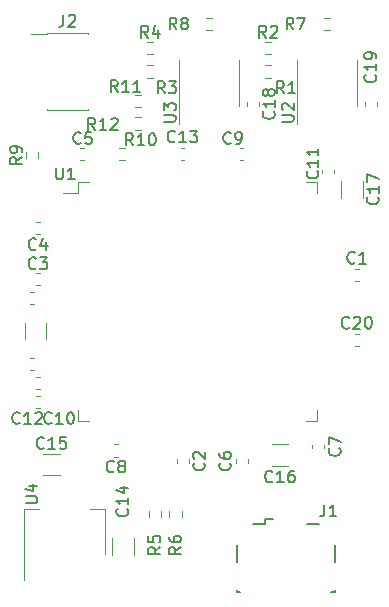
<source format=gbr>
%TF.GenerationSoftware,KiCad,Pcbnew,(6.0.1-0)*%
%TF.CreationDate,2022-02-09T14:27:11+08:00*%
%TF.ProjectId,usb_can,7573625f-6361-46e2-9e6b-696361645f70,rev?*%
%TF.SameCoordinates,Original*%
%TF.FileFunction,Legend,Top*%
%TF.FilePolarity,Positive*%
%FSLAX46Y46*%
G04 Gerber Fmt 4.6, Leading zero omitted, Abs format (unit mm)*
G04 Created by KiCad (PCBNEW (6.0.1-0)) date 2022-02-09 14:27:11*
%MOMM*%
%LPD*%
G01*
G04 APERTURE LIST*
%ADD10C,0.150000*%
%ADD11C,0.120000*%
G04 APERTURE END LIST*
D10*
%TO.C,C13*%
X98107142Y-91427142D02*
X98059523Y-91474761D01*
X97916666Y-91522380D01*
X97821428Y-91522380D01*
X97678571Y-91474761D01*
X97583333Y-91379523D01*
X97535714Y-91284285D01*
X97488095Y-91093809D01*
X97488095Y-90950952D01*
X97535714Y-90760476D01*
X97583333Y-90665238D01*
X97678571Y-90570000D01*
X97821428Y-90522380D01*
X97916666Y-90522380D01*
X98059523Y-90570000D01*
X98107142Y-90617619D01*
X99059523Y-91522380D02*
X98488095Y-91522380D01*
X98773809Y-91522380D02*
X98773809Y-90522380D01*
X98678571Y-90665238D01*
X98583333Y-90760476D01*
X98488095Y-90808095D01*
X99392857Y-90522380D02*
X100011904Y-90522380D01*
X99678571Y-90903333D01*
X99821428Y-90903333D01*
X99916666Y-90950952D01*
X99964285Y-90998571D01*
X100011904Y-91093809D01*
X100011904Y-91331904D01*
X99964285Y-91427142D01*
X99916666Y-91474761D01*
X99821428Y-91522380D01*
X99535714Y-91522380D01*
X99440476Y-91474761D01*
X99392857Y-91427142D01*
%TO.C,J1*%
X110766666Y-122172380D02*
X110766666Y-122886666D01*
X110719047Y-123029523D01*
X110623809Y-123124761D01*
X110480952Y-123172380D01*
X110385714Y-123172380D01*
X111766666Y-123172380D02*
X111195238Y-123172380D01*
X111480952Y-123172380D02*
X111480952Y-122172380D01*
X111385714Y-122315238D01*
X111290476Y-122410476D01*
X111195238Y-122458095D01*
%TO.C,C9*%
X102833333Y-91557142D02*
X102785714Y-91604761D01*
X102642857Y-91652380D01*
X102547619Y-91652380D01*
X102404761Y-91604761D01*
X102309523Y-91509523D01*
X102261904Y-91414285D01*
X102214285Y-91223809D01*
X102214285Y-91080952D01*
X102261904Y-90890476D01*
X102309523Y-90795238D01*
X102404761Y-90700000D01*
X102547619Y-90652380D01*
X102642857Y-90652380D01*
X102785714Y-90700000D01*
X102833333Y-90747619D01*
X103309523Y-91652380D02*
X103500000Y-91652380D01*
X103595238Y-91604761D01*
X103642857Y-91557142D01*
X103738095Y-91414285D01*
X103785714Y-91223809D01*
X103785714Y-90842857D01*
X103738095Y-90747619D01*
X103690476Y-90700000D01*
X103595238Y-90652380D01*
X103404761Y-90652380D01*
X103309523Y-90700000D01*
X103261904Y-90747619D01*
X103214285Y-90842857D01*
X103214285Y-91080952D01*
X103261904Y-91176190D01*
X103309523Y-91223809D01*
X103404761Y-91271428D01*
X103595238Y-91271428D01*
X103690476Y-91223809D01*
X103738095Y-91176190D01*
X103785714Y-91080952D01*
%TO.C,C10*%
X87657142Y-115257142D02*
X87609523Y-115304761D01*
X87466666Y-115352380D01*
X87371428Y-115352380D01*
X87228571Y-115304761D01*
X87133333Y-115209523D01*
X87085714Y-115114285D01*
X87038095Y-114923809D01*
X87038095Y-114780952D01*
X87085714Y-114590476D01*
X87133333Y-114495238D01*
X87228571Y-114400000D01*
X87371428Y-114352380D01*
X87466666Y-114352380D01*
X87609523Y-114400000D01*
X87657142Y-114447619D01*
X88609523Y-115352380D02*
X88038095Y-115352380D01*
X88323809Y-115352380D02*
X88323809Y-114352380D01*
X88228571Y-114495238D01*
X88133333Y-114590476D01*
X88038095Y-114638095D01*
X89228571Y-114352380D02*
X89323809Y-114352380D01*
X89419047Y-114400000D01*
X89466666Y-114447619D01*
X89514285Y-114542857D01*
X89561904Y-114733333D01*
X89561904Y-114971428D01*
X89514285Y-115161904D01*
X89466666Y-115257142D01*
X89419047Y-115304761D01*
X89323809Y-115352380D01*
X89228571Y-115352380D01*
X89133333Y-115304761D01*
X89085714Y-115257142D01*
X89038095Y-115161904D01*
X88990476Y-114971428D01*
X88990476Y-114733333D01*
X89038095Y-114542857D01*
X89085714Y-114447619D01*
X89133333Y-114400000D01*
X89228571Y-114352380D01*
%TO.C,R9*%
X85152380Y-92766666D02*
X84676190Y-93100000D01*
X85152380Y-93338095D02*
X84152380Y-93338095D01*
X84152380Y-92957142D01*
X84200000Y-92861904D01*
X84247619Y-92814285D01*
X84342857Y-92766666D01*
X84485714Y-92766666D01*
X84580952Y-92814285D01*
X84628571Y-92861904D01*
X84676190Y-92957142D01*
X84676190Y-93338095D01*
X85152380Y-92290476D02*
X85152380Y-92100000D01*
X85104761Y-92004761D01*
X85057142Y-91957142D01*
X84914285Y-91861904D01*
X84723809Y-91814285D01*
X84342857Y-91814285D01*
X84247619Y-91861904D01*
X84200000Y-91909523D01*
X84152380Y-92004761D01*
X84152380Y-92195238D01*
X84200000Y-92290476D01*
X84247619Y-92338095D01*
X84342857Y-92385714D01*
X84580952Y-92385714D01*
X84676190Y-92338095D01*
X84723809Y-92290476D01*
X84771428Y-92195238D01*
X84771428Y-92004761D01*
X84723809Y-91909523D01*
X84676190Y-91861904D01*
X84580952Y-91814285D01*
%TO.C,C17*%
X115257142Y-96142857D02*
X115304761Y-96190476D01*
X115352380Y-96333333D01*
X115352380Y-96428571D01*
X115304761Y-96571428D01*
X115209523Y-96666666D01*
X115114285Y-96714285D01*
X114923809Y-96761904D01*
X114780952Y-96761904D01*
X114590476Y-96714285D01*
X114495238Y-96666666D01*
X114400000Y-96571428D01*
X114352380Y-96428571D01*
X114352380Y-96333333D01*
X114400000Y-96190476D01*
X114447619Y-96142857D01*
X115352380Y-95190476D02*
X115352380Y-95761904D01*
X115352380Y-95476190D02*
X114352380Y-95476190D01*
X114495238Y-95571428D01*
X114590476Y-95666666D01*
X114638095Y-95761904D01*
X114352380Y-94857142D02*
X114352380Y-94190476D01*
X115352380Y-94619047D01*
%TO.C,U4*%
X85452380Y-122061904D02*
X86261904Y-122061904D01*
X86357142Y-122014285D01*
X86404761Y-121966666D01*
X86452380Y-121871428D01*
X86452380Y-121680952D01*
X86404761Y-121585714D01*
X86357142Y-121538095D01*
X86261904Y-121490476D01*
X85452380Y-121490476D01*
X85785714Y-120585714D02*
X86452380Y-120585714D01*
X85404761Y-120823809D02*
X86119047Y-121061904D01*
X86119047Y-120442857D01*
%TO.C,R4*%
X95833333Y-82652380D02*
X95500000Y-82176190D01*
X95261904Y-82652380D02*
X95261904Y-81652380D01*
X95642857Y-81652380D01*
X95738095Y-81700000D01*
X95785714Y-81747619D01*
X95833333Y-81842857D01*
X95833333Y-81985714D01*
X95785714Y-82080952D01*
X95738095Y-82128571D01*
X95642857Y-82176190D01*
X95261904Y-82176190D01*
X96690476Y-81985714D02*
X96690476Y-82652380D01*
X96452380Y-81604761D02*
X96214285Y-82319047D01*
X96833333Y-82319047D01*
%TO.C,C16*%
X106357142Y-120207142D02*
X106309523Y-120254761D01*
X106166666Y-120302380D01*
X106071428Y-120302380D01*
X105928571Y-120254761D01*
X105833333Y-120159523D01*
X105785714Y-120064285D01*
X105738095Y-119873809D01*
X105738095Y-119730952D01*
X105785714Y-119540476D01*
X105833333Y-119445238D01*
X105928571Y-119350000D01*
X106071428Y-119302380D01*
X106166666Y-119302380D01*
X106309523Y-119350000D01*
X106357142Y-119397619D01*
X107309523Y-120302380D02*
X106738095Y-120302380D01*
X107023809Y-120302380D02*
X107023809Y-119302380D01*
X106928571Y-119445238D01*
X106833333Y-119540476D01*
X106738095Y-119588095D01*
X108166666Y-119302380D02*
X107976190Y-119302380D01*
X107880952Y-119350000D01*
X107833333Y-119397619D01*
X107738095Y-119540476D01*
X107690476Y-119730952D01*
X107690476Y-120111904D01*
X107738095Y-120207142D01*
X107785714Y-120254761D01*
X107880952Y-120302380D01*
X108071428Y-120302380D01*
X108166666Y-120254761D01*
X108214285Y-120207142D01*
X108261904Y-120111904D01*
X108261904Y-119873809D01*
X108214285Y-119778571D01*
X108166666Y-119730952D01*
X108071428Y-119683333D01*
X107880952Y-119683333D01*
X107785714Y-119730952D01*
X107738095Y-119778571D01*
X107690476Y-119873809D01*
%TO.C,C5*%
X90133333Y-91557142D02*
X90085714Y-91604761D01*
X89942857Y-91652380D01*
X89847619Y-91652380D01*
X89704761Y-91604761D01*
X89609523Y-91509523D01*
X89561904Y-91414285D01*
X89514285Y-91223809D01*
X89514285Y-91080952D01*
X89561904Y-90890476D01*
X89609523Y-90795238D01*
X89704761Y-90700000D01*
X89847619Y-90652380D01*
X89942857Y-90652380D01*
X90085714Y-90700000D01*
X90133333Y-90747619D01*
X91038095Y-90652380D02*
X90561904Y-90652380D01*
X90514285Y-91128571D01*
X90561904Y-91080952D01*
X90657142Y-91033333D01*
X90895238Y-91033333D01*
X90990476Y-91080952D01*
X91038095Y-91128571D01*
X91085714Y-91223809D01*
X91085714Y-91461904D01*
X91038095Y-91557142D01*
X90990476Y-91604761D01*
X90895238Y-91652380D01*
X90657142Y-91652380D01*
X90561904Y-91604761D01*
X90514285Y-91557142D01*
%TO.C,R10*%
X94557142Y-91752380D02*
X94223809Y-91276190D01*
X93985714Y-91752380D02*
X93985714Y-90752380D01*
X94366666Y-90752380D01*
X94461904Y-90800000D01*
X94509523Y-90847619D01*
X94557142Y-90942857D01*
X94557142Y-91085714D01*
X94509523Y-91180952D01*
X94461904Y-91228571D01*
X94366666Y-91276190D01*
X93985714Y-91276190D01*
X95509523Y-91752380D02*
X94938095Y-91752380D01*
X95223809Y-91752380D02*
X95223809Y-90752380D01*
X95128571Y-90895238D01*
X95033333Y-90990476D01*
X94938095Y-91038095D01*
X96128571Y-90752380D02*
X96223809Y-90752380D01*
X96319047Y-90800000D01*
X96366666Y-90847619D01*
X96414285Y-90942857D01*
X96461904Y-91133333D01*
X96461904Y-91371428D01*
X96414285Y-91561904D01*
X96366666Y-91657142D01*
X96319047Y-91704761D01*
X96223809Y-91752380D01*
X96128571Y-91752380D01*
X96033333Y-91704761D01*
X95985714Y-91657142D01*
X95938095Y-91561904D01*
X95890476Y-91371428D01*
X95890476Y-91133333D01*
X95938095Y-90942857D01*
X95985714Y-90847619D01*
X96033333Y-90800000D01*
X96128571Y-90752380D01*
%TO.C,C14*%
X94057142Y-122542857D02*
X94104761Y-122590476D01*
X94152380Y-122733333D01*
X94152380Y-122828571D01*
X94104761Y-122971428D01*
X94009523Y-123066666D01*
X93914285Y-123114285D01*
X93723809Y-123161904D01*
X93580952Y-123161904D01*
X93390476Y-123114285D01*
X93295238Y-123066666D01*
X93200000Y-122971428D01*
X93152380Y-122828571D01*
X93152380Y-122733333D01*
X93200000Y-122590476D01*
X93247619Y-122542857D01*
X94152380Y-121590476D02*
X94152380Y-122161904D01*
X94152380Y-121876190D02*
X93152380Y-121876190D01*
X93295238Y-121971428D01*
X93390476Y-122066666D01*
X93438095Y-122161904D01*
X93485714Y-120733333D02*
X94152380Y-120733333D01*
X93104761Y-120971428D02*
X93819047Y-121209523D01*
X93819047Y-120590476D01*
%TO.C,R12*%
X91357142Y-90452380D02*
X91023809Y-89976190D01*
X90785714Y-90452380D02*
X90785714Y-89452380D01*
X91166666Y-89452380D01*
X91261904Y-89500000D01*
X91309523Y-89547619D01*
X91357142Y-89642857D01*
X91357142Y-89785714D01*
X91309523Y-89880952D01*
X91261904Y-89928571D01*
X91166666Y-89976190D01*
X90785714Y-89976190D01*
X92309523Y-90452380D02*
X91738095Y-90452380D01*
X92023809Y-90452380D02*
X92023809Y-89452380D01*
X91928571Y-89595238D01*
X91833333Y-89690476D01*
X91738095Y-89738095D01*
X92690476Y-89547619D02*
X92738095Y-89500000D01*
X92833333Y-89452380D01*
X93071428Y-89452380D01*
X93166666Y-89500000D01*
X93214285Y-89547619D01*
X93261904Y-89642857D01*
X93261904Y-89738095D01*
X93214285Y-89880952D01*
X92642857Y-90452380D01*
X93261904Y-90452380D01*
%TO.C,C18*%
X106457142Y-88892857D02*
X106504761Y-88940476D01*
X106552380Y-89083333D01*
X106552380Y-89178571D01*
X106504761Y-89321428D01*
X106409523Y-89416666D01*
X106314285Y-89464285D01*
X106123809Y-89511904D01*
X105980952Y-89511904D01*
X105790476Y-89464285D01*
X105695238Y-89416666D01*
X105600000Y-89321428D01*
X105552380Y-89178571D01*
X105552380Y-89083333D01*
X105600000Y-88940476D01*
X105647619Y-88892857D01*
X106552380Y-87940476D02*
X106552380Y-88511904D01*
X106552380Y-88226190D02*
X105552380Y-88226190D01*
X105695238Y-88321428D01*
X105790476Y-88416666D01*
X105838095Y-88511904D01*
X105980952Y-87369047D02*
X105933333Y-87464285D01*
X105885714Y-87511904D01*
X105790476Y-87559523D01*
X105742857Y-87559523D01*
X105647619Y-87511904D01*
X105600000Y-87464285D01*
X105552380Y-87369047D01*
X105552380Y-87178571D01*
X105600000Y-87083333D01*
X105647619Y-87035714D01*
X105742857Y-86988095D01*
X105790476Y-86988095D01*
X105885714Y-87035714D01*
X105933333Y-87083333D01*
X105980952Y-87178571D01*
X105980952Y-87369047D01*
X106028571Y-87464285D01*
X106076190Y-87511904D01*
X106171428Y-87559523D01*
X106361904Y-87559523D01*
X106457142Y-87511904D01*
X106504761Y-87464285D01*
X106552380Y-87369047D01*
X106552380Y-87178571D01*
X106504761Y-87083333D01*
X106457142Y-87035714D01*
X106361904Y-86988095D01*
X106171428Y-86988095D01*
X106076190Y-87035714D01*
X106028571Y-87083333D01*
X105980952Y-87178571D01*
%TO.C,C6*%
X102757142Y-118666666D02*
X102804761Y-118714285D01*
X102852380Y-118857142D01*
X102852380Y-118952380D01*
X102804761Y-119095238D01*
X102709523Y-119190476D01*
X102614285Y-119238095D01*
X102423809Y-119285714D01*
X102280952Y-119285714D01*
X102090476Y-119238095D01*
X101995238Y-119190476D01*
X101900000Y-119095238D01*
X101852380Y-118952380D01*
X101852380Y-118857142D01*
X101900000Y-118714285D01*
X101947619Y-118666666D01*
X101852380Y-117809523D02*
X101852380Y-118000000D01*
X101900000Y-118095238D01*
X101947619Y-118142857D01*
X102090476Y-118238095D01*
X102280952Y-118285714D01*
X102661904Y-118285714D01*
X102757142Y-118238095D01*
X102804761Y-118190476D01*
X102852380Y-118095238D01*
X102852380Y-117904761D01*
X102804761Y-117809523D01*
X102757142Y-117761904D01*
X102661904Y-117714285D01*
X102423809Y-117714285D01*
X102328571Y-117761904D01*
X102280952Y-117809523D01*
X102233333Y-117904761D01*
X102233333Y-118095238D01*
X102280952Y-118190476D01*
X102328571Y-118238095D01*
X102423809Y-118285714D01*
%TO.C,C12*%
X84957142Y-115257142D02*
X84909523Y-115304761D01*
X84766666Y-115352380D01*
X84671428Y-115352380D01*
X84528571Y-115304761D01*
X84433333Y-115209523D01*
X84385714Y-115114285D01*
X84338095Y-114923809D01*
X84338095Y-114780952D01*
X84385714Y-114590476D01*
X84433333Y-114495238D01*
X84528571Y-114400000D01*
X84671428Y-114352380D01*
X84766666Y-114352380D01*
X84909523Y-114400000D01*
X84957142Y-114447619D01*
X85909523Y-115352380D02*
X85338095Y-115352380D01*
X85623809Y-115352380D02*
X85623809Y-114352380D01*
X85528571Y-114495238D01*
X85433333Y-114590476D01*
X85338095Y-114638095D01*
X86290476Y-114447619D02*
X86338095Y-114400000D01*
X86433333Y-114352380D01*
X86671428Y-114352380D01*
X86766666Y-114400000D01*
X86814285Y-114447619D01*
X86861904Y-114542857D01*
X86861904Y-114638095D01*
X86814285Y-114780952D01*
X86242857Y-115352380D01*
X86861904Y-115352380D01*
%TO.C,R1*%
X107333333Y-87352380D02*
X107000000Y-86876190D01*
X106761904Y-87352380D02*
X106761904Y-86352380D01*
X107142857Y-86352380D01*
X107238095Y-86400000D01*
X107285714Y-86447619D01*
X107333333Y-86542857D01*
X107333333Y-86685714D01*
X107285714Y-86780952D01*
X107238095Y-86828571D01*
X107142857Y-86876190D01*
X106761904Y-86876190D01*
X108285714Y-87352380D02*
X107714285Y-87352380D01*
X108000000Y-87352380D02*
X108000000Y-86352380D01*
X107904761Y-86495238D01*
X107809523Y-86590476D01*
X107714285Y-86638095D01*
%TO.C,C8*%
X92933333Y-119357142D02*
X92885714Y-119404761D01*
X92742857Y-119452380D01*
X92647619Y-119452380D01*
X92504761Y-119404761D01*
X92409523Y-119309523D01*
X92361904Y-119214285D01*
X92314285Y-119023809D01*
X92314285Y-118880952D01*
X92361904Y-118690476D01*
X92409523Y-118595238D01*
X92504761Y-118500000D01*
X92647619Y-118452380D01*
X92742857Y-118452380D01*
X92885714Y-118500000D01*
X92933333Y-118547619D01*
X93504761Y-118880952D02*
X93409523Y-118833333D01*
X93361904Y-118785714D01*
X93314285Y-118690476D01*
X93314285Y-118642857D01*
X93361904Y-118547619D01*
X93409523Y-118500000D01*
X93504761Y-118452380D01*
X93695238Y-118452380D01*
X93790476Y-118500000D01*
X93838095Y-118547619D01*
X93885714Y-118642857D01*
X93885714Y-118690476D01*
X93838095Y-118785714D01*
X93790476Y-118833333D01*
X93695238Y-118880952D01*
X93504761Y-118880952D01*
X93409523Y-118928571D01*
X93361904Y-118976190D01*
X93314285Y-119071428D01*
X93314285Y-119261904D01*
X93361904Y-119357142D01*
X93409523Y-119404761D01*
X93504761Y-119452380D01*
X93695238Y-119452380D01*
X93790476Y-119404761D01*
X93838095Y-119357142D01*
X93885714Y-119261904D01*
X93885714Y-119071428D01*
X93838095Y-118976190D01*
X93790476Y-118928571D01*
X93695238Y-118880952D01*
%TO.C,R6*%
X98602380Y-125766666D02*
X98126190Y-126100000D01*
X98602380Y-126338095D02*
X97602380Y-126338095D01*
X97602380Y-125957142D01*
X97650000Y-125861904D01*
X97697619Y-125814285D01*
X97792857Y-125766666D01*
X97935714Y-125766666D01*
X98030952Y-125814285D01*
X98078571Y-125861904D01*
X98126190Y-125957142D01*
X98126190Y-126338095D01*
X97602380Y-124909523D02*
X97602380Y-125100000D01*
X97650000Y-125195238D01*
X97697619Y-125242857D01*
X97840476Y-125338095D01*
X98030952Y-125385714D01*
X98411904Y-125385714D01*
X98507142Y-125338095D01*
X98554761Y-125290476D01*
X98602380Y-125195238D01*
X98602380Y-125004761D01*
X98554761Y-124909523D01*
X98507142Y-124861904D01*
X98411904Y-124814285D01*
X98173809Y-124814285D01*
X98078571Y-124861904D01*
X98030952Y-124909523D01*
X97983333Y-125004761D01*
X97983333Y-125195238D01*
X98030952Y-125290476D01*
X98078571Y-125338095D01*
X98173809Y-125385714D01*
%TO.C,J2*%
X88666666Y-80717380D02*
X88666666Y-81431666D01*
X88619047Y-81574523D01*
X88523809Y-81669761D01*
X88380952Y-81717380D01*
X88285714Y-81717380D01*
X89095238Y-80812619D02*
X89142857Y-80765000D01*
X89238095Y-80717380D01*
X89476190Y-80717380D01*
X89571428Y-80765000D01*
X89619047Y-80812619D01*
X89666666Y-80907857D01*
X89666666Y-81003095D01*
X89619047Y-81145952D01*
X89047619Y-81717380D01*
X89666666Y-81717380D01*
%TO.C,R5*%
X96852380Y-125766666D02*
X96376190Y-126100000D01*
X96852380Y-126338095D02*
X95852380Y-126338095D01*
X95852380Y-125957142D01*
X95900000Y-125861904D01*
X95947619Y-125814285D01*
X96042857Y-125766666D01*
X96185714Y-125766666D01*
X96280952Y-125814285D01*
X96328571Y-125861904D01*
X96376190Y-125957142D01*
X96376190Y-126338095D01*
X95852380Y-124861904D02*
X95852380Y-125338095D01*
X96328571Y-125385714D01*
X96280952Y-125338095D01*
X96233333Y-125242857D01*
X96233333Y-125004761D01*
X96280952Y-124909523D01*
X96328571Y-124861904D01*
X96423809Y-124814285D01*
X96661904Y-124814285D01*
X96757142Y-124861904D01*
X96804761Y-124909523D01*
X96852380Y-125004761D01*
X96852380Y-125242857D01*
X96804761Y-125338095D01*
X96757142Y-125385714D01*
%TO.C,C2*%
X100537142Y-118666666D02*
X100584761Y-118714285D01*
X100632380Y-118857142D01*
X100632380Y-118952380D01*
X100584761Y-119095238D01*
X100489523Y-119190476D01*
X100394285Y-119238095D01*
X100203809Y-119285714D01*
X100060952Y-119285714D01*
X99870476Y-119238095D01*
X99775238Y-119190476D01*
X99680000Y-119095238D01*
X99632380Y-118952380D01*
X99632380Y-118857142D01*
X99680000Y-118714285D01*
X99727619Y-118666666D01*
X99727619Y-118285714D02*
X99680000Y-118238095D01*
X99632380Y-118142857D01*
X99632380Y-117904761D01*
X99680000Y-117809523D01*
X99727619Y-117761904D01*
X99822857Y-117714285D01*
X99918095Y-117714285D01*
X100060952Y-117761904D01*
X100632380Y-118333333D01*
X100632380Y-117714285D01*
%TO.C,C20*%
X112857142Y-107177142D02*
X112809523Y-107224761D01*
X112666666Y-107272380D01*
X112571428Y-107272380D01*
X112428571Y-107224761D01*
X112333333Y-107129523D01*
X112285714Y-107034285D01*
X112238095Y-106843809D01*
X112238095Y-106700952D01*
X112285714Y-106510476D01*
X112333333Y-106415238D01*
X112428571Y-106320000D01*
X112571428Y-106272380D01*
X112666666Y-106272380D01*
X112809523Y-106320000D01*
X112857142Y-106367619D01*
X113238095Y-106367619D02*
X113285714Y-106320000D01*
X113380952Y-106272380D01*
X113619047Y-106272380D01*
X113714285Y-106320000D01*
X113761904Y-106367619D01*
X113809523Y-106462857D01*
X113809523Y-106558095D01*
X113761904Y-106700952D01*
X113190476Y-107272380D01*
X113809523Y-107272380D01*
X114428571Y-106272380D02*
X114523809Y-106272380D01*
X114619047Y-106320000D01*
X114666666Y-106367619D01*
X114714285Y-106462857D01*
X114761904Y-106653333D01*
X114761904Y-106891428D01*
X114714285Y-107081904D01*
X114666666Y-107177142D01*
X114619047Y-107224761D01*
X114523809Y-107272380D01*
X114428571Y-107272380D01*
X114333333Y-107224761D01*
X114285714Y-107177142D01*
X114238095Y-107081904D01*
X114190476Y-106891428D01*
X114190476Y-106653333D01*
X114238095Y-106462857D01*
X114285714Y-106367619D01*
X114333333Y-106320000D01*
X114428571Y-106272380D01*
%TO.C,U1*%
X88038095Y-93652380D02*
X88038095Y-94461904D01*
X88085714Y-94557142D01*
X88133333Y-94604761D01*
X88228571Y-94652380D01*
X88419047Y-94652380D01*
X88514285Y-94604761D01*
X88561904Y-94557142D01*
X88609523Y-94461904D01*
X88609523Y-93652380D01*
X89609523Y-94652380D02*
X89038095Y-94652380D01*
X89323809Y-94652380D02*
X89323809Y-93652380D01*
X89228571Y-93795238D01*
X89133333Y-93890476D01*
X89038095Y-93938095D01*
%TO.C,U3*%
X97152380Y-89761904D02*
X97961904Y-89761904D01*
X98057142Y-89714285D01*
X98104761Y-89666666D01*
X98152380Y-89571428D01*
X98152380Y-89380952D01*
X98104761Y-89285714D01*
X98057142Y-89238095D01*
X97961904Y-89190476D01*
X97152380Y-89190476D01*
X97152380Y-88809523D02*
X97152380Y-88190476D01*
X97533333Y-88523809D01*
X97533333Y-88380952D01*
X97580952Y-88285714D01*
X97628571Y-88238095D01*
X97723809Y-88190476D01*
X97961904Y-88190476D01*
X98057142Y-88238095D01*
X98104761Y-88285714D01*
X98152380Y-88380952D01*
X98152380Y-88666666D01*
X98104761Y-88761904D01*
X98057142Y-88809523D01*
%TO.C,U2*%
X107152380Y-89761904D02*
X107961904Y-89761904D01*
X108057142Y-89714285D01*
X108104761Y-89666666D01*
X108152380Y-89571428D01*
X108152380Y-89380952D01*
X108104761Y-89285714D01*
X108057142Y-89238095D01*
X107961904Y-89190476D01*
X107152380Y-89190476D01*
X107247619Y-88761904D02*
X107200000Y-88714285D01*
X107152380Y-88619047D01*
X107152380Y-88380952D01*
X107200000Y-88285714D01*
X107247619Y-88238095D01*
X107342857Y-88190476D01*
X107438095Y-88190476D01*
X107580952Y-88238095D01*
X108152380Y-88809523D01*
X108152380Y-88190476D01*
%TO.C,R7*%
X108133333Y-81952380D02*
X107800000Y-81476190D01*
X107561904Y-81952380D02*
X107561904Y-80952380D01*
X107942857Y-80952380D01*
X108038095Y-81000000D01*
X108085714Y-81047619D01*
X108133333Y-81142857D01*
X108133333Y-81285714D01*
X108085714Y-81380952D01*
X108038095Y-81428571D01*
X107942857Y-81476190D01*
X107561904Y-81476190D01*
X108466666Y-80952380D02*
X109133333Y-80952380D01*
X108704761Y-81952380D01*
%TO.C,R11*%
X93257142Y-87252380D02*
X92923809Y-86776190D01*
X92685714Y-87252380D02*
X92685714Y-86252380D01*
X93066666Y-86252380D01*
X93161904Y-86300000D01*
X93209523Y-86347619D01*
X93257142Y-86442857D01*
X93257142Y-86585714D01*
X93209523Y-86680952D01*
X93161904Y-86728571D01*
X93066666Y-86776190D01*
X92685714Y-86776190D01*
X94209523Y-87252380D02*
X93638095Y-87252380D01*
X93923809Y-87252380D02*
X93923809Y-86252380D01*
X93828571Y-86395238D01*
X93733333Y-86490476D01*
X93638095Y-86538095D01*
X95161904Y-87252380D02*
X94590476Y-87252380D01*
X94876190Y-87252380D02*
X94876190Y-86252380D01*
X94780952Y-86395238D01*
X94685714Y-86490476D01*
X94590476Y-86538095D01*
%TO.C,C1*%
X113333333Y-101677142D02*
X113285714Y-101724761D01*
X113142857Y-101772380D01*
X113047619Y-101772380D01*
X112904761Y-101724761D01*
X112809523Y-101629523D01*
X112761904Y-101534285D01*
X112714285Y-101343809D01*
X112714285Y-101200952D01*
X112761904Y-101010476D01*
X112809523Y-100915238D01*
X112904761Y-100820000D01*
X113047619Y-100772380D01*
X113142857Y-100772380D01*
X113285714Y-100820000D01*
X113333333Y-100867619D01*
X114285714Y-101772380D02*
X113714285Y-101772380D01*
X114000000Y-101772380D02*
X114000000Y-100772380D01*
X113904761Y-100915238D01*
X113809523Y-101010476D01*
X113714285Y-101058095D01*
%TO.C,C11*%
X110157142Y-93942857D02*
X110204761Y-93990476D01*
X110252380Y-94133333D01*
X110252380Y-94228571D01*
X110204761Y-94371428D01*
X110109523Y-94466666D01*
X110014285Y-94514285D01*
X109823809Y-94561904D01*
X109680952Y-94561904D01*
X109490476Y-94514285D01*
X109395238Y-94466666D01*
X109300000Y-94371428D01*
X109252380Y-94228571D01*
X109252380Y-94133333D01*
X109300000Y-93990476D01*
X109347619Y-93942857D01*
X110252380Y-92990476D02*
X110252380Y-93561904D01*
X110252380Y-93276190D02*
X109252380Y-93276190D01*
X109395238Y-93371428D01*
X109490476Y-93466666D01*
X109538095Y-93561904D01*
X110252380Y-92038095D02*
X110252380Y-92609523D01*
X110252380Y-92323809D02*
X109252380Y-92323809D01*
X109395238Y-92419047D01*
X109490476Y-92514285D01*
X109538095Y-92609523D01*
%TO.C,C4*%
X86333333Y-100537142D02*
X86285714Y-100584761D01*
X86142857Y-100632380D01*
X86047619Y-100632380D01*
X85904761Y-100584761D01*
X85809523Y-100489523D01*
X85761904Y-100394285D01*
X85714285Y-100203809D01*
X85714285Y-100060952D01*
X85761904Y-99870476D01*
X85809523Y-99775238D01*
X85904761Y-99680000D01*
X86047619Y-99632380D01*
X86142857Y-99632380D01*
X86285714Y-99680000D01*
X86333333Y-99727619D01*
X87190476Y-99965714D02*
X87190476Y-100632380D01*
X86952380Y-99584761D02*
X86714285Y-100299047D01*
X87333333Y-100299047D01*
%TO.C,R8*%
X98233333Y-81952380D02*
X97900000Y-81476190D01*
X97661904Y-81952380D02*
X97661904Y-80952380D01*
X98042857Y-80952380D01*
X98138095Y-81000000D01*
X98185714Y-81047619D01*
X98233333Y-81142857D01*
X98233333Y-81285714D01*
X98185714Y-81380952D01*
X98138095Y-81428571D01*
X98042857Y-81476190D01*
X97661904Y-81476190D01*
X98804761Y-81380952D02*
X98709523Y-81333333D01*
X98661904Y-81285714D01*
X98614285Y-81190476D01*
X98614285Y-81142857D01*
X98661904Y-81047619D01*
X98709523Y-81000000D01*
X98804761Y-80952380D01*
X98995238Y-80952380D01*
X99090476Y-81000000D01*
X99138095Y-81047619D01*
X99185714Y-81142857D01*
X99185714Y-81190476D01*
X99138095Y-81285714D01*
X99090476Y-81333333D01*
X98995238Y-81380952D01*
X98804761Y-81380952D01*
X98709523Y-81428571D01*
X98661904Y-81476190D01*
X98614285Y-81571428D01*
X98614285Y-81761904D01*
X98661904Y-81857142D01*
X98709523Y-81904761D01*
X98804761Y-81952380D01*
X98995238Y-81952380D01*
X99090476Y-81904761D01*
X99138095Y-81857142D01*
X99185714Y-81761904D01*
X99185714Y-81571428D01*
X99138095Y-81476190D01*
X99090476Y-81428571D01*
X98995238Y-81380952D01*
%TO.C,R2*%
X105833333Y-82652380D02*
X105500000Y-82176190D01*
X105261904Y-82652380D02*
X105261904Y-81652380D01*
X105642857Y-81652380D01*
X105738095Y-81700000D01*
X105785714Y-81747619D01*
X105833333Y-81842857D01*
X105833333Y-81985714D01*
X105785714Y-82080952D01*
X105738095Y-82128571D01*
X105642857Y-82176190D01*
X105261904Y-82176190D01*
X106214285Y-81747619D02*
X106261904Y-81700000D01*
X106357142Y-81652380D01*
X106595238Y-81652380D01*
X106690476Y-81700000D01*
X106738095Y-81747619D01*
X106785714Y-81842857D01*
X106785714Y-81938095D01*
X106738095Y-82080952D01*
X106166666Y-82652380D01*
X106785714Y-82652380D01*
%TO.C,C7*%
X112037142Y-117416666D02*
X112084761Y-117464285D01*
X112132380Y-117607142D01*
X112132380Y-117702380D01*
X112084761Y-117845238D01*
X111989523Y-117940476D01*
X111894285Y-117988095D01*
X111703809Y-118035714D01*
X111560952Y-118035714D01*
X111370476Y-117988095D01*
X111275238Y-117940476D01*
X111180000Y-117845238D01*
X111132380Y-117702380D01*
X111132380Y-117607142D01*
X111180000Y-117464285D01*
X111227619Y-117416666D01*
X111132380Y-117083333D02*
X111132380Y-116416666D01*
X112132380Y-116845238D01*
%TO.C,R3*%
X97233333Y-87352380D02*
X96900000Y-86876190D01*
X96661904Y-87352380D02*
X96661904Y-86352380D01*
X97042857Y-86352380D01*
X97138095Y-86400000D01*
X97185714Y-86447619D01*
X97233333Y-86542857D01*
X97233333Y-86685714D01*
X97185714Y-86780952D01*
X97138095Y-86828571D01*
X97042857Y-86876190D01*
X96661904Y-86876190D01*
X97566666Y-86352380D02*
X98185714Y-86352380D01*
X97852380Y-86733333D01*
X97995238Y-86733333D01*
X98090476Y-86780952D01*
X98138095Y-86828571D01*
X98185714Y-86923809D01*
X98185714Y-87161904D01*
X98138095Y-87257142D01*
X98090476Y-87304761D01*
X97995238Y-87352380D01*
X97709523Y-87352380D01*
X97614285Y-87304761D01*
X97566666Y-87257142D01*
%TO.C,C19*%
X115057142Y-85792857D02*
X115104761Y-85840476D01*
X115152380Y-85983333D01*
X115152380Y-86078571D01*
X115104761Y-86221428D01*
X115009523Y-86316666D01*
X114914285Y-86364285D01*
X114723809Y-86411904D01*
X114580952Y-86411904D01*
X114390476Y-86364285D01*
X114295238Y-86316666D01*
X114200000Y-86221428D01*
X114152380Y-86078571D01*
X114152380Y-85983333D01*
X114200000Y-85840476D01*
X114247619Y-85792857D01*
X115152380Y-84840476D02*
X115152380Y-85411904D01*
X115152380Y-85126190D02*
X114152380Y-85126190D01*
X114295238Y-85221428D01*
X114390476Y-85316666D01*
X114438095Y-85411904D01*
X115152380Y-84364285D02*
X115152380Y-84173809D01*
X115104761Y-84078571D01*
X115057142Y-84030952D01*
X114914285Y-83935714D01*
X114723809Y-83888095D01*
X114342857Y-83888095D01*
X114247619Y-83935714D01*
X114200000Y-83983333D01*
X114152380Y-84078571D01*
X114152380Y-84269047D01*
X114200000Y-84364285D01*
X114247619Y-84411904D01*
X114342857Y-84459523D01*
X114580952Y-84459523D01*
X114676190Y-84411904D01*
X114723809Y-84364285D01*
X114771428Y-84269047D01*
X114771428Y-84078571D01*
X114723809Y-83983333D01*
X114676190Y-83935714D01*
X114580952Y-83888095D01*
%TO.C,C15*%
X87007142Y-117357142D02*
X86959523Y-117404761D01*
X86816666Y-117452380D01*
X86721428Y-117452380D01*
X86578571Y-117404761D01*
X86483333Y-117309523D01*
X86435714Y-117214285D01*
X86388095Y-117023809D01*
X86388095Y-116880952D01*
X86435714Y-116690476D01*
X86483333Y-116595238D01*
X86578571Y-116500000D01*
X86721428Y-116452380D01*
X86816666Y-116452380D01*
X86959523Y-116500000D01*
X87007142Y-116547619D01*
X87959523Y-117452380D02*
X87388095Y-117452380D01*
X87673809Y-117452380D02*
X87673809Y-116452380D01*
X87578571Y-116595238D01*
X87483333Y-116690476D01*
X87388095Y-116738095D01*
X88864285Y-116452380D02*
X88388095Y-116452380D01*
X88340476Y-116928571D01*
X88388095Y-116880952D01*
X88483333Y-116833333D01*
X88721428Y-116833333D01*
X88816666Y-116880952D01*
X88864285Y-116928571D01*
X88911904Y-117023809D01*
X88911904Y-117261904D01*
X88864285Y-117357142D01*
X88816666Y-117404761D01*
X88721428Y-117452380D01*
X88483333Y-117452380D01*
X88388095Y-117404761D01*
X88340476Y-117357142D01*
%TO.C,C3*%
X86333333Y-102157142D02*
X86285714Y-102204761D01*
X86142857Y-102252380D01*
X86047619Y-102252380D01*
X85904761Y-102204761D01*
X85809523Y-102109523D01*
X85761904Y-102014285D01*
X85714285Y-101823809D01*
X85714285Y-101680952D01*
X85761904Y-101490476D01*
X85809523Y-101395238D01*
X85904761Y-101300000D01*
X86047619Y-101252380D01*
X86142857Y-101252380D01*
X86285714Y-101300000D01*
X86333333Y-101347619D01*
X86666666Y-101252380D02*
X87285714Y-101252380D01*
X86952380Y-101633333D01*
X87095238Y-101633333D01*
X87190476Y-101680952D01*
X87238095Y-101728571D01*
X87285714Y-101823809D01*
X87285714Y-102061904D01*
X87238095Y-102157142D01*
X87190476Y-102204761D01*
X87095238Y-102252380D01*
X86809523Y-102252380D01*
X86714285Y-102204761D01*
X86666666Y-102157142D01*
D11*
%TO.C,C13*%
X98603733Y-91990000D02*
X98896267Y-91990000D01*
X98603733Y-93010000D02*
X98896267Y-93010000D01*
%TO.C,C22*%
X85853733Y-110810000D02*
X86146267Y-110810000D01*
X85853733Y-109790000D02*
X86146267Y-109790000D01*
D10*
%TO.C,J1*%
X111650000Y-129550000D02*
X111650000Y-129400000D01*
X111650000Y-127000000D02*
X111650000Y-125600000D01*
X109300000Y-123850000D02*
X110300000Y-123850000D01*
X105700000Y-123425000D02*
X105700000Y-123850000D01*
X103350000Y-129550000D02*
X103650000Y-129550000D01*
X105700000Y-123850000D02*
X104700000Y-123850000D01*
X103350000Y-129400000D02*
X103350000Y-129550000D01*
X103650000Y-129550000D02*
X103650000Y-129550000D01*
X106425000Y-123425000D02*
X105700000Y-123425000D01*
X103350000Y-125600000D02*
X103350000Y-127000000D01*
X111350000Y-129550000D02*
X111650000Y-129550000D01*
X111350000Y-129550000D02*
X111350000Y-129550000D01*
D11*
%TO.C,C9*%
X103603733Y-91990000D02*
X103896267Y-91990000D01*
X103603733Y-93010000D02*
X103896267Y-93010000D01*
%TO.C,C10*%
X86646267Y-114010000D02*
X86353733Y-114010000D01*
X86646267Y-112990000D02*
X86353733Y-112990000D01*
%TO.C,R9*%
X85477500Y-92854724D02*
X85477500Y-92345276D01*
X86522500Y-92854724D02*
X86522500Y-92345276D01*
%TO.C,C17*%
X114010000Y-96211252D02*
X114010000Y-94788748D01*
X112190000Y-96211252D02*
X112190000Y-94788748D01*
%TO.C,U4*%
X85340000Y-128600000D02*
X85340000Y-122590000D01*
X92160000Y-126350000D02*
X92160000Y-122590000D01*
X92160000Y-122590000D02*
X90900000Y-122590000D01*
X85340000Y-122590000D02*
X86600000Y-122590000D01*
%TO.C,R4*%
X96254724Y-84022500D02*
X95745276Y-84022500D01*
X96254724Y-82977500D02*
X95745276Y-82977500D01*
%TO.C,C16*%
X107711252Y-118910000D02*
X106288748Y-118910000D01*
X107711252Y-117090000D02*
X106288748Y-117090000D01*
%TO.C,C5*%
X90396267Y-91990000D02*
X90103733Y-91990000D01*
X90396267Y-93010000D02*
X90103733Y-93010000D01*
%TO.C,R10*%
X93854724Y-93022500D02*
X93345276Y-93022500D01*
X93854724Y-91977500D02*
X93345276Y-91977500D01*
%TO.C,C14*%
X94610000Y-126461252D02*
X94610000Y-125038748D01*
X92790000Y-126461252D02*
X92790000Y-125038748D01*
%TO.C,R12*%
X95254724Y-90422500D02*
X94745276Y-90422500D01*
X95254724Y-89377500D02*
X94745276Y-89377500D01*
%TO.C,C18*%
X105210000Y-88103733D02*
X105210000Y-88396267D01*
X104190000Y-88103733D02*
X104190000Y-88396267D01*
%TO.C,C6*%
X104260000Y-118353733D02*
X104260000Y-118646267D01*
X103240000Y-118353733D02*
X103240000Y-118646267D01*
%TO.C,C12*%
X86646267Y-111390000D02*
X86353733Y-111390000D01*
X86646267Y-112410000D02*
X86353733Y-112410000D01*
%TO.C,R1*%
X106254724Y-86022500D02*
X105745276Y-86022500D01*
X106254724Y-84977500D02*
X105745276Y-84977500D01*
%TO.C,C8*%
X92953733Y-118110000D02*
X93246267Y-118110000D01*
X92953733Y-117090000D02*
X93246267Y-117090000D01*
%TO.C,R6*%
X97627500Y-122745276D02*
X97627500Y-123254724D01*
X98672500Y-122745276D02*
X98672500Y-123254724D01*
%TO.C,J2*%
X87235000Y-82265000D02*
X90765000Y-82265000D01*
X87235000Y-88670000D02*
X87235000Y-88735000D01*
X90765000Y-88670000D02*
X90765000Y-88735000D01*
X85910000Y-82330000D02*
X87235000Y-82330000D01*
X87235000Y-82265000D02*
X87235000Y-82330000D01*
X90765000Y-82265000D02*
X90765000Y-82330000D01*
X87235000Y-88735000D02*
X90765000Y-88735000D01*
%TO.C,R5*%
X95877500Y-122745276D02*
X95877500Y-123254724D01*
X96922500Y-122745276D02*
X96922500Y-123254724D01*
%TO.C,C2*%
X98240000Y-118353733D02*
X98240000Y-118646267D01*
X99260000Y-118353733D02*
X99260000Y-118646267D01*
%TO.C,C20*%
X113353733Y-108760000D02*
X113646267Y-108760000D01*
X113353733Y-107740000D02*
X113646267Y-107740000D01*
%TO.C,U1*%
X110110000Y-94890000D02*
X110110000Y-95840000D01*
X90840000Y-94890000D02*
X89890000Y-94890000D01*
X89890000Y-94890000D02*
X89890000Y-95840000D01*
X109160000Y-115110000D02*
X110110000Y-115110000D01*
X89890000Y-95840000D02*
X88600000Y-95840000D01*
X109160000Y-94890000D02*
X110110000Y-94890000D01*
X110110000Y-115110000D02*
X110110000Y-114160000D01*
X89890000Y-115110000D02*
X89890000Y-114160000D01*
X90840000Y-115110000D02*
X89890000Y-115110000D01*
%TO.C,U3*%
X103560000Y-86500000D02*
X103560000Y-88450000D01*
X103560000Y-86500000D02*
X103560000Y-84550000D01*
X98440000Y-86500000D02*
X98440000Y-89950000D01*
X98440000Y-86500000D02*
X98440000Y-84550000D01*
%TO.C,U2*%
X113560000Y-86500000D02*
X113560000Y-88450000D01*
X108440000Y-86500000D02*
X108440000Y-89950000D01*
X113560000Y-86500000D02*
X113560000Y-84550000D01*
X108440000Y-86500000D02*
X108440000Y-84550000D01*
%TO.C,C21*%
X85853733Y-105210000D02*
X86146267Y-105210000D01*
X85853733Y-104190000D02*
X86146267Y-104190000D01*
%TO.C,R7*%
X110745276Y-80977500D02*
X111254724Y-80977500D01*
X110745276Y-82022500D02*
X111254724Y-82022500D01*
%TO.C,R11*%
X95254724Y-88522500D02*
X94745276Y-88522500D01*
X95254724Y-87477500D02*
X94745276Y-87477500D01*
%TO.C,C1*%
X113353733Y-103260000D02*
X113646267Y-103260000D01*
X113353733Y-102240000D02*
X113646267Y-102240000D01*
%TO.C,C11*%
X110590000Y-94146267D02*
X110590000Y-93853733D01*
X111610000Y-94146267D02*
X111610000Y-93853733D01*
%TO.C,C4*%
X86646267Y-99260000D02*
X86353733Y-99260000D01*
X86646267Y-98240000D02*
X86353733Y-98240000D01*
%TO.C,R8*%
X100745276Y-82022500D02*
X101254724Y-82022500D01*
X100745276Y-80977500D02*
X101254724Y-80977500D01*
%TO.C,R2*%
X106254724Y-84022500D02*
X105745276Y-84022500D01*
X106254724Y-82977500D02*
X105745276Y-82977500D01*
%TO.C,Y1*%
X85425000Y-108175000D02*
X85425000Y-106825000D01*
X87175000Y-108175000D02*
X87175000Y-106825000D01*
%TO.C,C7*%
X110760000Y-117103733D02*
X110760000Y-117396267D01*
X109740000Y-117103733D02*
X109740000Y-117396267D01*
%TO.C,R3*%
X96254724Y-84977500D02*
X95745276Y-84977500D01*
X96254724Y-86022500D02*
X95745276Y-86022500D01*
%TO.C,C19*%
X115210000Y-88103733D02*
X115210000Y-88396267D01*
X114190000Y-88103733D02*
X114190000Y-88396267D01*
%TO.C,C15*%
X88361252Y-119710000D02*
X86938748Y-119710000D01*
X88361252Y-117890000D02*
X86938748Y-117890000D01*
%TO.C,C3*%
X86646267Y-103610000D02*
X86353733Y-103610000D01*
X86646267Y-102590000D02*
X86353733Y-102590000D01*
%TD*%
M02*

</source>
